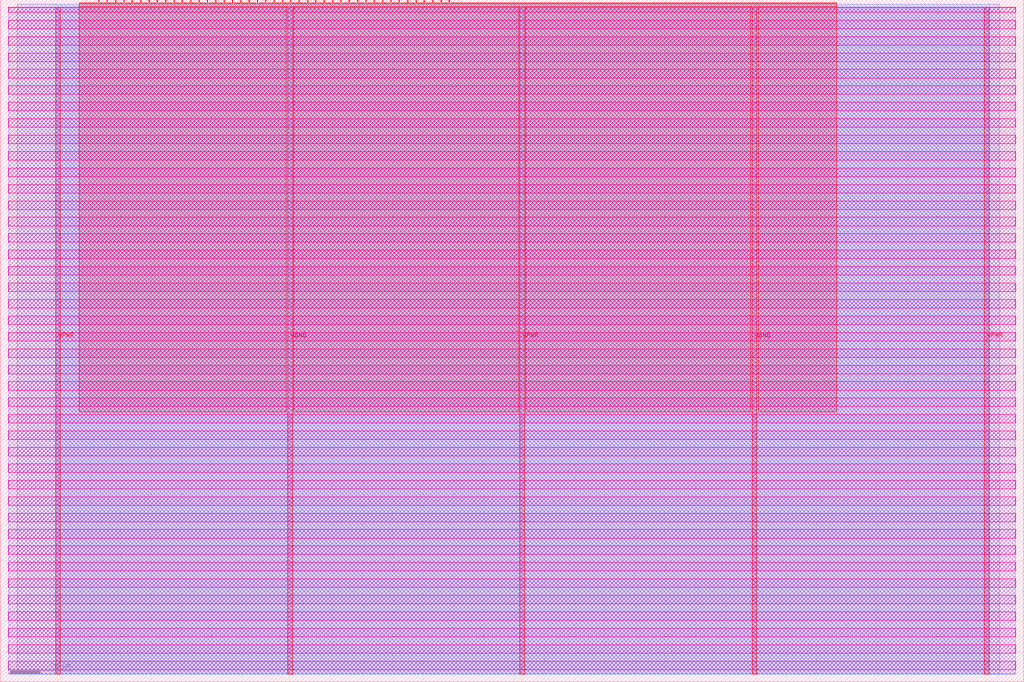
<source format=lef>
VERSION 5.7 ;
  NOWIREEXTENSIONATPIN ON ;
  DIVIDERCHAR "/" ;
  BUSBITCHARS "[]" ;
MACRO tt_um_chatgpt_snn_mtomlin5_dup
  CLASS BLOCK ;
  FOREIGN tt_um_chatgpt_snn_mtomlin5_dup ;
  ORIGIN 0.000 0.000 ;
  SIZE 338.560 BY 225.760 ;
  PIN VGND
    DIRECTION INOUT ;
    USE GROUND ;
    PORT
      LAYER met4 ;
        RECT 95.080 2.480 96.680 223.280 ;
    END
    PORT
      LAYER met4 ;
        RECT 248.680 2.480 250.280 223.280 ;
    END
  END VGND
  PIN VPWR
    DIRECTION INOUT ;
    USE POWER ;
    PORT
      LAYER met4 ;
        RECT 18.280 2.480 19.880 223.280 ;
    END
    PORT
      LAYER met4 ;
        RECT 171.880 2.480 173.480 223.280 ;
    END
    PORT
      LAYER met4 ;
        RECT 325.480 2.480 327.080 223.280 ;
    END
  END VPWR
  PIN clk
    DIRECTION INPUT ;
    USE SIGNAL ;
    ANTENNAGATEAREA 0.852000 ;
    PORT
      LAYER met4 ;
        RECT 145.670 224.760 145.970 225.760 ;
    END
  END clk
  PIN ena
    DIRECTION INPUT ;
    USE SIGNAL ;
    PORT
      LAYER met4 ;
        RECT 148.430 224.760 148.730 225.760 ;
    END
  END ena
  PIN rst_n
    DIRECTION INPUT ;
    USE SIGNAL ;
    ANTENNAGATEAREA 0.196500 ;
    PORT
      LAYER met4 ;
        RECT 142.910 224.760 143.210 225.760 ;
    END
  END rst_n
  PIN ui_in[0]
    DIRECTION INPUT ;
    USE SIGNAL ;
    ANTENNAGATEAREA 0.196500 ;
    PORT
      LAYER met4 ;
        RECT 140.150 224.760 140.450 225.760 ;
    END
  END ui_in[0]
  PIN ui_in[1]
    DIRECTION INPUT ;
    USE SIGNAL ;
    ANTENNAGATEAREA 0.196500 ;
    PORT
      LAYER met4 ;
        RECT 137.390 224.760 137.690 225.760 ;
    END
  END ui_in[1]
  PIN ui_in[2]
    DIRECTION INPUT ;
    USE SIGNAL ;
    ANTENNAGATEAREA 0.196500 ;
    PORT
      LAYER met4 ;
        RECT 134.630 224.760 134.930 225.760 ;
    END
  END ui_in[2]
  PIN ui_in[3]
    DIRECTION INPUT ;
    USE SIGNAL ;
    ANTENNAGATEAREA 0.196500 ;
    PORT
      LAYER met4 ;
        RECT 131.870 224.760 132.170 225.760 ;
    END
  END ui_in[3]
  PIN ui_in[4]
    DIRECTION INPUT ;
    USE SIGNAL ;
    ANTENNAGATEAREA 0.196500 ;
    PORT
      LAYER met4 ;
        RECT 129.110 224.760 129.410 225.760 ;
    END
  END ui_in[4]
  PIN ui_in[5]
    DIRECTION INPUT ;
    USE SIGNAL ;
    ANTENNAGATEAREA 0.196500 ;
    PORT
      LAYER met4 ;
        RECT 126.350 224.760 126.650 225.760 ;
    END
  END ui_in[5]
  PIN ui_in[6]
    DIRECTION INPUT ;
    USE SIGNAL ;
    PORT
      LAYER met4 ;
        RECT 123.590 224.760 123.890 225.760 ;
    END
  END ui_in[6]
  PIN ui_in[7]
    DIRECTION INPUT ;
    USE SIGNAL ;
    PORT
      LAYER met4 ;
        RECT 120.830 224.760 121.130 225.760 ;
    END
  END ui_in[7]
  PIN uio_in[0]
    DIRECTION INPUT ;
    USE SIGNAL ;
    PORT
      LAYER met4 ;
        RECT 118.070 224.760 118.370 225.760 ;
    END
  END uio_in[0]
  PIN uio_in[1]
    DIRECTION INPUT ;
    USE SIGNAL ;
    PORT
      LAYER met4 ;
        RECT 115.310 224.760 115.610 225.760 ;
    END
  END uio_in[1]
  PIN uio_in[2]
    DIRECTION INPUT ;
    USE SIGNAL ;
    PORT
      LAYER met4 ;
        RECT 112.550 224.760 112.850 225.760 ;
    END
  END uio_in[2]
  PIN uio_in[3]
    DIRECTION INPUT ;
    USE SIGNAL ;
    PORT
      LAYER met4 ;
        RECT 109.790 224.760 110.090 225.760 ;
    END
  END uio_in[3]
  PIN uio_in[4]
    DIRECTION INPUT ;
    USE SIGNAL ;
    PORT
      LAYER met4 ;
        RECT 107.030 224.760 107.330 225.760 ;
    END
  END uio_in[4]
  PIN uio_in[5]
    DIRECTION INPUT ;
    USE SIGNAL ;
    PORT
      LAYER met4 ;
        RECT 104.270 224.760 104.570 225.760 ;
    END
  END uio_in[5]
  PIN uio_in[6]
    DIRECTION INPUT ;
    USE SIGNAL ;
    PORT
      LAYER met4 ;
        RECT 101.510 224.760 101.810 225.760 ;
    END
  END uio_in[6]
  PIN uio_in[7]
    DIRECTION INPUT ;
    USE SIGNAL ;
    PORT
      LAYER met4 ;
        RECT 98.750 224.760 99.050 225.760 ;
    END
  END uio_in[7]
  PIN uio_oe[0]
    DIRECTION OUTPUT TRISTATE ;
    USE SIGNAL ;
    PORT
      LAYER met4 ;
        RECT 51.830 224.760 52.130 225.760 ;
    END
  END uio_oe[0]
  PIN uio_oe[1]
    DIRECTION OUTPUT TRISTATE ;
    USE SIGNAL ;
    PORT
      LAYER met4 ;
        RECT 49.070 224.760 49.370 225.760 ;
    END
  END uio_oe[1]
  PIN uio_oe[2]
    DIRECTION OUTPUT TRISTATE ;
    USE SIGNAL ;
    PORT
      LAYER met4 ;
        RECT 46.310 224.760 46.610 225.760 ;
    END
  END uio_oe[2]
  PIN uio_oe[3]
    DIRECTION OUTPUT TRISTATE ;
    USE SIGNAL ;
    PORT
      LAYER met4 ;
        RECT 43.550 224.760 43.850 225.760 ;
    END
  END uio_oe[3]
  PIN uio_oe[4]
    DIRECTION OUTPUT TRISTATE ;
    USE SIGNAL ;
    PORT
      LAYER met4 ;
        RECT 40.790 224.760 41.090 225.760 ;
    END
  END uio_oe[4]
  PIN uio_oe[5]
    DIRECTION OUTPUT TRISTATE ;
    USE SIGNAL ;
    PORT
      LAYER met4 ;
        RECT 38.030 224.760 38.330 225.760 ;
    END
  END uio_oe[5]
  PIN uio_oe[6]
    DIRECTION OUTPUT TRISTATE ;
    USE SIGNAL ;
    PORT
      LAYER met4 ;
        RECT 35.270 224.760 35.570 225.760 ;
    END
  END uio_oe[6]
  PIN uio_oe[7]
    DIRECTION OUTPUT TRISTATE ;
    USE SIGNAL ;
    PORT
      LAYER met4 ;
        RECT 32.510 224.760 32.810 225.760 ;
    END
  END uio_oe[7]
  PIN uio_out[0]
    DIRECTION OUTPUT TRISTATE ;
    USE SIGNAL ;
    PORT
      LAYER met4 ;
        RECT 73.910 224.760 74.210 225.760 ;
    END
  END uio_out[0]
  PIN uio_out[1]
    DIRECTION OUTPUT TRISTATE ;
    USE SIGNAL ;
    PORT
      LAYER met4 ;
        RECT 71.150 224.760 71.450 225.760 ;
    END
  END uio_out[1]
  PIN uio_out[2]
    DIRECTION OUTPUT TRISTATE ;
    USE SIGNAL ;
    PORT
      LAYER met4 ;
        RECT 68.390 224.760 68.690 225.760 ;
    END
  END uio_out[2]
  PIN uio_out[3]
    DIRECTION OUTPUT TRISTATE ;
    USE SIGNAL ;
    PORT
      LAYER met4 ;
        RECT 65.630 224.760 65.930 225.760 ;
    END
  END uio_out[3]
  PIN uio_out[4]
    DIRECTION OUTPUT TRISTATE ;
    USE SIGNAL ;
    PORT
      LAYER met4 ;
        RECT 62.870 224.760 63.170 225.760 ;
    END
  END uio_out[4]
  PIN uio_out[5]
    DIRECTION OUTPUT TRISTATE ;
    USE SIGNAL ;
    PORT
      LAYER met4 ;
        RECT 60.110 224.760 60.410 225.760 ;
    END
  END uio_out[5]
  PIN uio_out[6]
    DIRECTION OUTPUT TRISTATE ;
    USE SIGNAL ;
    PORT
      LAYER met4 ;
        RECT 57.350 224.760 57.650 225.760 ;
    END
  END uio_out[6]
  PIN uio_out[7]
    DIRECTION OUTPUT TRISTATE ;
    USE SIGNAL ;
    PORT
      LAYER met4 ;
        RECT 54.590 224.760 54.890 225.760 ;
    END
  END uio_out[7]
  PIN uo_out[0]
    DIRECTION OUTPUT TRISTATE ;
    USE SIGNAL ;
    ANTENNADIFFAREA 0.795200 ;
    PORT
      LAYER met4 ;
        RECT 95.990 224.760 96.290 225.760 ;
    END
  END uo_out[0]
  PIN uo_out[1]
    DIRECTION OUTPUT TRISTATE ;
    USE SIGNAL ;
    ANTENNADIFFAREA 0.795200 ;
    PORT
      LAYER met4 ;
        RECT 93.230 224.760 93.530 225.760 ;
    END
  END uo_out[1]
  PIN uo_out[2]
    DIRECTION OUTPUT TRISTATE ;
    USE SIGNAL ;
    ANTENNADIFFAREA 0.795200 ;
    PORT
      LAYER met4 ;
        RECT 90.470 224.760 90.770 225.760 ;
    END
  END uo_out[2]
  PIN uo_out[3]
    DIRECTION OUTPUT TRISTATE ;
    USE SIGNAL ;
    ANTENNADIFFAREA 0.795200 ;
    PORT
      LAYER met4 ;
        RECT 87.710 224.760 88.010 225.760 ;
    END
  END uo_out[3]
  PIN uo_out[4]
    DIRECTION OUTPUT TRISTATE ;
    USE SIGNAL ;
    PORT
      LAYER met4 ;
        RECT 84.950 224.760 85.250 225.760 ;
    END
  END uo_out[4]
  PIN uo_out[5]
    DIRECTION OUTPUT TRISTATE ;
    USE SIGNAL ;
    PORT
      LAYER met4 ;
        RECT 82.190 224.760 82.490 225.760 ;
    END
  END uo_out[5]
  PIN uo_out[6]
    DIRECTION OUTPUT TRISTATE ;
    USE SIGNAL ;
    PORT
      LAYER met4 ;
        RECT 79.430 224.760 79.730 225.760 ;
    END
  END uo_out[6]
  PIN uo_out[7]
    DIRECTION OUTPUT TRISTATE ;
    USE SIGNAL ;
    PORT
      LAYER met4 ;
        RECT 76.670 224.760 76.970 225.760 ;
    END
  END uo_out[7]
  OBS
      LAYER nwell ;
        RECT 2.570 221.625 335.990 223.230 ;
        RECT 2.570 216.185 335.990 219.015 ;
        RECT 2.570 210.745 335.990 213.575 ;
        RECT 2.570 205.305 335.990 208.135 ;
        RECT 2.570 199.865 335.990 202.695 ;
        RECT 2.570 194.425 335.990 197.255 ;
        RECT 2.570 188.985 335.990 191.815 ;
        RECT 2.570 183.545 335.990 186.375 ;
        RECT 2.570 178.105 335.990 180.935 ;
        RECT 2.570 172.665 335.990 175.495 ;
        RECT 2.570 167.225 335.990 170.055 ;
        RECT 2.570 161.785 335.990 164.615 ;
        RECT 2.570 156.345 335.990 159.175 ;
        RECT 2.570 150.905 335.990 153.735 ;
        RECT 2.570 145.465 335.990 148.295 ;
        RECT 2.570 140.025 335.990 142.855 ;
        RECT 2.570 134.585 335.990 137.415 ;
        RECT 2.570 129.145 335.990 131.975 ;
        RECT 2.570 123.705 335.990 126.535 ;
        RECT 2.570 118.265 335.990 121.095 ;
        RECT 2.570 112.825 335.990 115.655 ;
        RECT 2.570 107.385 335.990 110.215 ;
        RECT 2.570 101.945 335.990 104.775 ;
        RECT 2.570 96.505 335.990 99.335 ;
        RECT 2.570 91.065 335.990 93.895 ;
        RECT 2.570 85.625 335.990 88.455 ;
        RECT 2.570 80.185 335.990 83.015 ;
        RECT 2.570 74.745 335.990 77.575 ;
        RECT 2.570 69.305 335.990 72.135 ;
        RECT 2.570 63.865 335.990 66.695 ;
        RECT 2.570 58.425 335.990 61.255 ;
        RECT 2.570 52.985 335.990 55.815 ;
        RECT 2.570 47.545 335.990 50.375 ;
        RECT 2.570 42.105 335.990 44.935 ;
        RECT 2.570 36.665 335.990 39.495 ;
        RECT 2.570 31.225 335.990 34.055 ;
        RECT 2.570 25.785 335.990 28.615 ;
        RECT 2.570 20.345 335.990 23.175 ;
        RECT 2.570 14.905 335.990 17.735 ;
        RECT 2.570 9.465 335.990 12.295 ;
        RECT 2.570 4.025 335.990 6.855 ;
      LAYER li1 ;
        RECT 2.760 2.635 335.800 223.125 ;
      LAYER met1 ;
        RECT 2.760 2.480 335.800 223.280 ;
      LAYER met2 ;
        RECT 5.620 2.535 330.640 224.245 ;
      LAYER met3 ;
        RECT 18.290 2.555 327.070 224.225 ;
      LAYER met4 ;
        RECT 26.055 224.360 32.110 224.760 ;
        RECT 33.210 224.360 34.870 224.760 ;
        RECT 35.970 224.360 37.630 224.760 ;
        RECT 38.730 224.360 40.390 224.760 ;
        RECT 41.490 224.360 43.150 224.760 ;
        RECT 44.250 224.360 45.910 224.760 ;
        RECT 47.010 224.360 48.670 224.760 ;
        RECT 49.770 224.360 51.430 224.760 ;
        RECT 52.530 224.360 54.190 224.760 ;
        RECT 55.290 224.360 56.950 224.760 ;
        RECT 58.050 224.360 59.710 224.760 ;
        RECT 60.810 224.360 62.470 224.760 ;
        RECT 63.570 224.360 65.230 224.760 ;
        RECT 66.330 224.360 67.990 224.760 ;
        RECT 69.090 224.360 70.750 224.760 ;
        RECT 71.850 224.360 73.510 224.760 ;
        RECT 74.610 224.360 76.270 224.760 ;
        RECT 77.370 224.360 79.030 224.760 ;
        RECT 80.130 224.360 81.790 224.760 ;
        RECT 82.890 224.360 84.550 224.760 ;
        RECT 85.650 224.360 87.310 224.760 ;
        RECT 88.410 224.360 90.070 224.760 ;
        RECT 91.170 224.360 92.830 224.760 ;
        RECT 93.930 224.360 95.590 224.760 ;
        RECT 96.690 224.360 98.350 224.760 ;
        RECT 99.450 224.360 101.110 224.760 ;
        RECT 102.210 224.360 103.870 224.760 ;
        RECT 104.970 224.360 106.630 224.760 ;
        RECT 107.730 224.360 109.390 224.760 ;
        RECT 110.490 224.360 112.150 224.760 ;
        RECT 113.250 224.360 114.910 224.760 ;
        RECT 116.010 224.360 117.670 224.760 ;
        RECT 118.770 224.360 120.430 224.760 ;
        RECT 121.530 224.360 123.190 224.760 ;
        RECT 124.290 224.360 125.950 224.760 ;
        RECT 127.050 224.360 128.710 224.760 ;
        RECT 129.810 224.360 131.470 224.760 ;
        RECT 132.570 224.360 134.230 224.760 ;
        RECT 135.330 224.360 136.990 224.760 ;
        RECT 138.090 224.360 139.750 224.760 ;
        RECT 140.850 224.360 142.510 224.760 ;
        RECT 143.610 224.360 145.270 224.760 ;
        RECT 146.370 224.360 148.030 224.760 ;
        RECT 149.130 224.360 276.625 224.760 ;
        RECT 26.055 223.680 276.625 224.360 ;
        RECT 26.055 89.255 94.680 223.680 ;
        RECT 97.080 89.255 171.480 223.680 ;
        RECT 173.880 89.255 248.280 223.680 ;
        RECT 250.680 89.255 276.625 223.680 ;
  END
END tt_um_chatgpt_snn_mtomlin5_dup
END LIBRARY


</source>
